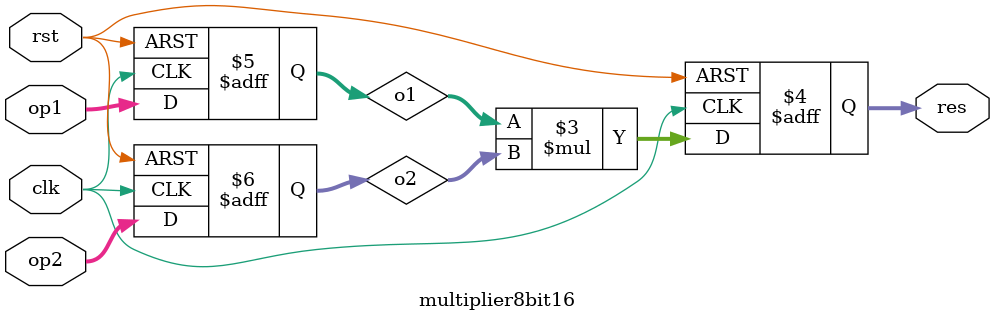
<source format=v>
module multiplier8bit16 (
    clk,
    rst,
    op1,
    op2,
    res
);

input clk;
input rst;
input [7:0] op1;
input [7:0] op2;

output reg [15:0] res;

reg [7:0] o1;
reg [7:0] o2;

always@(posedge clk or negedge rst) begin
    if(~rst) begin
       {res,o1,o2} <= 0; 
    end else begin
        o1 <= op1;
        o2 <= op2;
        res <= (o1*o2);
    end
end

endmodule
</source>
